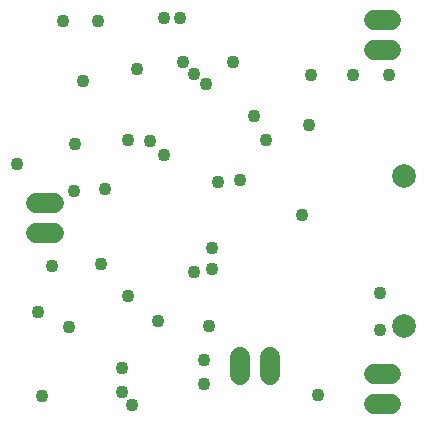
<source format=gbs>
G04 EAGLE Gerber RS-274X export*
G75*
%MOMM*%
%FSLAX34Y34*%
%LPD*%
%INSoldermask Bottom*%
%IPPOS*%
%AMOC8*
5,1,8,0,0,1.08239X$1,22.5*%
G01*
%ADD10C,1.711200*%
%ADD11C,2.000000*%
%ADD12C,1.103200*%


D10*
X31830Y205740D02*
X46910Y205740D01*
X46910Y180340D02*
X31830Y180340D01*
X317460Y360680D02*
X332540Y360680D01*
X332540Y335280D02*
X317460Y335280D01*
X317460Y60960D02*
X332540Y60960D01*
X332540Y35560D02*
X317460Y35560D01*
X229870Y59770D02*
X229870Y74850D01*
X204470Y74850D02*
X204470Y59770D01*
D11*
X342900Y101600D03*
X342900Y228600D03*
D12*
X64770Y255270D03*
X116840Y318770D03*
X83820Y359410D03*
X33020Y113030D03*
X36830Y41910D03*
X90170Y217170D03*
X15240Y238760D03*
X180340Y149860D03*
X270510Y43180D03*
X330200Y313690D03*
X299720Y313690D03*
X264160Y313690D03*
X262890Y271780D03*
X322580Y129540D03*
X173990Y52070D03*
X322580Y97790D03*
X173990Y72390D03*
X128270Y257810D03*
X204470Y224790D03*
X59690Y100330D03*
X113030Y34290D03*
X63500Y215900D03*
X109220Y127000D03*
X86995Y154305D03*
X109220Y259080D03*
X71120Y308610D03*
X54610Y359410D03*
X134620Y105410D03*
X104140Y45720D03*
X45462Y152357D03*
X104140Y66040D03*
X185420Y223520D03*
X180340Y167048D03*
X175895Y306705D03*
X153670Y361950D03*
X256540Y195580D03*
X177800Y101600D03*
X226060Y259080D03*
X165100Y147320D03*
X139700Y246380D03*
X156210Y325120D03*
X139700Y361950D03*
X198120Y325120D03*
X215900Y279400D03*
X165100Y314960D03*
M02*

</source>
